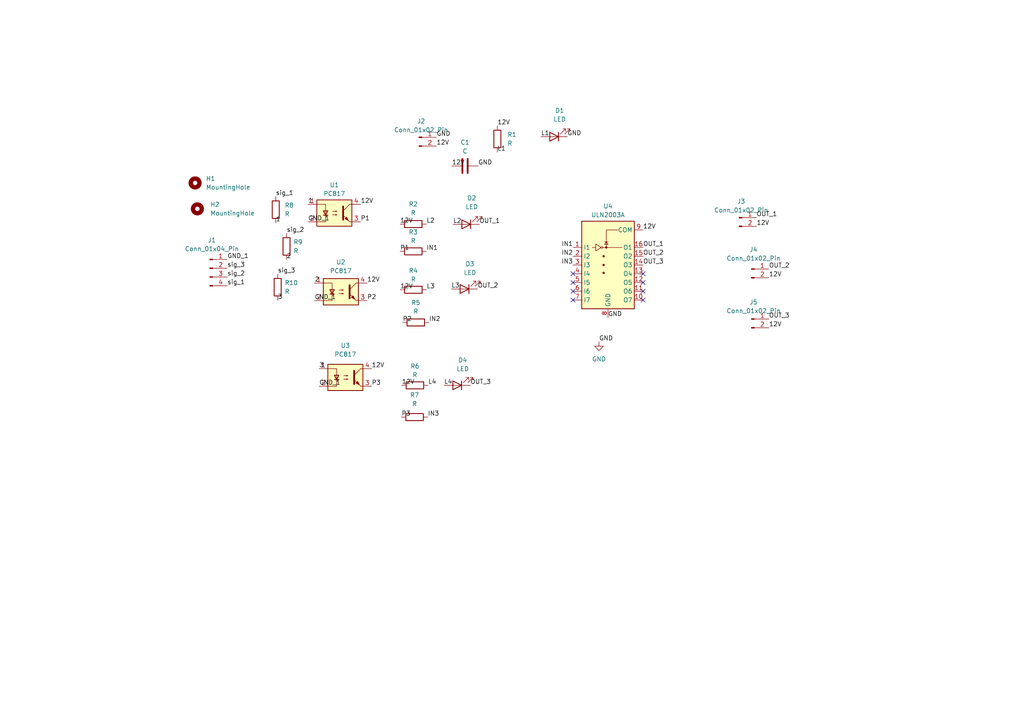
<source format=kicad_sch>
(kicad_sch (version 20230121) (generator eeschema)
  (paper "A4")
  (lib_symbols
    (symbol "Connector:Conn_01x02_Pin" (pin_names (offset 1.016) hide)
      (property "Reference" "J" (at 0 2.54 0))
      (property "Value" "Conn_01x02_Pin" (at 0 -5.08 0))
      (symbol "Conn_01x02_Pin_1_1"
        (polyline (pts (xy 1.27 -2.54) (xy 0.8636 -2.54)) (stroke (width 0.1524)))
        (polyline (pts (xy 1.27 0) (xy 0.8636 0)) (stroke (width 0.1524)))
        (rectangle (start 0.8636 -2.413) (end 0 -2.667) (stroke (width 0.1524)) (fill (type outline)))
        (rectangle (start 0.8636 0.127) (end 0 -0.127) (stroke (width 0.1524)) (fill (type outline)))
        (pin passive line (at 5.08 0 180) (length 3.81) (name "Pin_1") (number "1"))
        (pin passive line (at 5.08 -2.54 180) (length 3.81) (name "Pin_2") (number "2"))
      )
    )
    (symbol "Connector:Conn_01x04_Pin" (pin_names (offset 1.016) hide)
      (property "Reference" "J" (at 0 5.08 0))
      (property "Value" "Conn_01x04_Pin" (at 0 -7.62 0))
      (symbol "Conn_01x04_Pin_1_1"
        (polyline (pts (xy 1.27 -5.08) (xy 0.8636 -5.08)) (stroke (width 0.1524)))
        (polyline (pts (xy 1.27 -2.54) (xy 0.8636 -2.54)) (stroke (width 0.1524)))
        (polyline (pts (xy 1.27 0) (xy 0.8636 0)) (stroke (width 0.1524)))
        (polyline (pts (xy 1.27 2.54) (xy 0.8636 2.54)) (stroke (width 0.1524)))
        (rectangle (start 0.8636 -4.953) (end 0 -5.207) (stroke (width 0.1524)) (fill (type outline)))
        (rectangle (start 0.8636 -2.413) (end 0 -2.667) (stroke (width 0.1524)) (fill (type outline)))
        (rectangle (start 0.8636 0.127) (end 0 -0.127) (stroke (width 0.1524)) (fill (type outline)))
        (rectangle (start 0.8636 2.667) (end 0 2.413) (stroke (width 0.1524)) (fill (type outline)))
        (pin passive line (at 5.08 2.54 180) (length 3.81) (name "Pin_1") (number "1"))
        (pin passive line (at 5.08 0 180) (length 3.81) (name "Pin_2") (number "2"))
        (pin passive line (at 5.08 -2.54 180) (length 3.81) (name "Pin_3") (number "3"))
        (pin passive line (at 5.08 -5.08 180) (length 3.81) (name "Pin_4") (number "4"))
      )
    )
    (symbol "Device:C" (pin_numbers hide) (pin_names (offset 0.254))
      (property "Reference" "C" (at 0.635 2.54 0))
      (property "Value" "C" (at 0.635 -2.54 0))
      (symbol "C_0_1"
        (polyline (pts (xy -2.032 -0.762) (xy 2.032 -0.762)) (stroke (width 0.508)))
        (polyline (pts (xy -2.032 0.762) (xy 2.032 0.762)) (stroke (width 0.508)))
      )
      (symbol "C_1_1"
        (pin passive line (at 0 3.81 270) (length 2.794) (name "~") (number "1"))
        (pin passive line (at 0 -3.81 90) (length 2.794) (name "~") (number "2"))
      )
    )
    (symbol "Device:LED" (pin_numbers hide) (pin_names (offset 1.016) hide)
      (property "Reference" "D" (at 0 2.54 0))
      (property "Value" "LED" (at 0 -2.54 0))
      (symbol "LED_0_1"
        (polyline (pts (xy -1.27 -1.27) (xy -1.27 1.27)) (stroke (width 0.254)))
        (polyline (pts (xy -1.27 0) (xy 1.27 0)))
        (polyline (pts (xy 1.27 -1.27) (xy 1.27 1.27) (xy -1.27 0) (xy 1.27 -1.27)) (stroke (width 0.254)))
        (polyline (pts (xy -3.048 -0.762) (xy -4.572 -2.286) (xy -3.81 -2.286) (xy -4.572 -2.286) (xy -4.572 -1.524)))
        (polyline (pts (xy -1.778 -0.762) (xy -3.302 -2.286) (xy -2.54 -2.286) (xy -3.302 -2.286) (xy -3.302 -1.524)))
      )
      (symbol "LED_1_1"
        (pin passive line (at -3.81 0 0) (length 2.54) (name "K") (number "1"))
        (pin passive line (at 3.81 0 180) (length 2.54) (name "A") (number "2"))
      )
    )
    (symbol "Device:R" (pin_numbers hide) (pin_names (offset 0))
      (property "Reference" "R" (at 2.032 0 90))
      (property "Value" "R" (at 0 0 90))
      (symbol "R_0_1"
        (rectangle (start -1.016 -2.54) (end 1.016 2.54) (stroke (width 0.254)))
      )
      (symbol "R_1_1"
        (pin passive line (at 0 3.81 270) (length 1.27) (name "~") (number "1"))
        (pin passive line (at 0 -3.81 90) (length 1.27) (name "~") (number "2"))
      )
    )
    (symbol "Isolator:PC817" (pin_names (offset 1.016))
      (property "Reference" "U" (at -5.08 5.08 0))
      (property "Value" "PC817" (at 0 5.08 0))
      (symbol "PC817_0_1"
        (rectangle (start -5.08 3.81) (end 5.08 -3.81) (stroke (width 0.254)) (fill (type background)))
        (polyline (pts (xy -3.175 -0.635) (xy -1.905 -0.635)) (stroke (width 0.254)))
        (polyline (pts (xy 2.54 0.635) (xy 4.445 2.54)))
        (polyline (pts (xy 4.445 -2.54) (xy 2.54 -0.635)) (fill (type outline)))
        (polyline (pts (xy 4.445 -2.54) (xy 5.08 -2.54)))
        (polyline (pts (xy 4.445 2.54) (xy 5.08 2.54)))
        (polyline (pts (xy -5.08 2.54) (xy -2.54 2.54) (xy -2.54 -0.635)))
        (polyline (pts (xy -2.54 -0.635) (xy -2.54 -2.54) (xy -5.08 -2.54)))
        (polyline (pts (xy 2.54 1.905) (xy 2.54 -1.905) (xy 2.54 -1.905)) (stroke (width 0.508)))
        (polyline (pts (xy -2.54 -0.635) (xy -3.175 0.635) (xy -1.905 0.635) (xy -2.54 -0.635)) (stroke (width 0.254)))
        (polyline (pts (xy -0.508 -0.508) (xy 0.762 -0.508) (xy 0.381 -0.635) (xy 0.381 -0.381) (xy 0.762 -0.508)))
        (polyline (pts (xy -0.508 0.508) (xy 0.762 0.508) (xy 0.381 0.381) (xy 0.381 0.635) (xy 0.762 0.508)))
        (polyline (pts (xy 3.048 -1.651) (xy 3.556 -1.143) (xy 4.064 -2.159) (xy 3.048 -1.651) (xy 3.048 -1.651)) (fill (type outline)))
      )
      (symbol "PC817_1_1"
        (pin passive line (at -7.62 2.54 0) (length 2.54) (name "~") (number "1"))
        (pin passive line (at -7.62 -2.54 0) (length 2.54) (name "~") (number "2"))
        (pin passive line (at 7.62 -2.54 180) (length 2.54) (name "~") (number "3"))
        (pin passive line (at 7.62 2.54 180) (length 2.54) (name "~") (number "4"))
      )
    )
    (symbol "Mechanical:MountingHole" (pin_names (offset 1.016))
      (property "Reference" "H" (at 0 5.08 0))
      (property "Value" "MountingHole" (at 0 3.175 0))
      (symbol "MountingHole_0_1"
        (circle (center 0 0) (radius 1.27) (stroke (width 1.27)))
      )
    )
    (symbol "Transistor_Array:ULN2003A"
      (property "Reference" "U" (at 0 15.875 0))
      (property "Value" "ULN2003A" (at 0 13.97 0))
      (symbol "ULN2003A_0_1"
        (rectangle (start -7.62 -12.7) (end 7.62 12.7) (stroke (width 0.254)) (fill (type background)))
        (circle (center -1.778 5.08) (radius 0.254))
        (circle (center -1.27 -2.286) (radius 0.254) (fill (type outline)))
        (circle (center -1.27 0) (radius 0.254) (fill (type outline)))
        (circle (center -1.27 2.54) (radius 0.254) (fill (type outline)))
        (circle (center -0.508 5.08) (radius 0.254) (fill (type outline)))
        (polyline (pts (xy -4.572 5.08) (xy -3.556 5.08)))
        (polyline (pts (xy -1.524 5.08) (xy 4.064 5.08)))
        (polyline (pts (xy 0 6.731) (xy -1.016 6.731)))
        (polyline (pts (xy -0.508 5.08) (xy -0.508 10.16) (xy 2.921 10.16)))
        (polyline (pts (xy -3.556 6.096) (xy -3.556 4.064) (xy -2.032 5.08) (xy -3.556 6.096)))
        (polyline (pts (xy 0 5.969) (xy -1.016 5.969) (xy -0.508 6.731) (xy 0 5.969)))
      )
      (symbol "ULN2003A_1_1"
        (pin input line (at -10.16 5.08 0) (length 2.54) (name "I1") (number "1"))
        (pin open_collector line (at 10.16 -10.16 180) (length 2.54) (name "O7") (number "10"))
        (pin open_collector line (at 10.16 -7.62 180) (length 2.54) (name "O6") (number "11"))
        (pin open_collector line (at 10.16 -5.08 180) (length 2.54) (name "O5") (number "12"))
        (pin open_collector line (at 10.16 -2.54 180) (length 2.54) (name "O4") (number "13"))
        (pin open_collector line (at 10.16 0 180) (length 2.54) (name "O3") (number "14"))
        (pin open_collector line (at 10.16 2.54 180) (length 2.54) (name "O2") (number "15"))
        (pin open_collector line (at 10.16 5.08 180) (length 2.54) (name "O1") (number "16"))
        (pin input line (at -10.16 2.54 0) (length 2.54) (name "I2") (number "2"))
        (pin input line (at -10.16 0 0) (length 2.54) (name "I3") (number "3"))
        (pin input line (at -10.16 -2.54 0) (length 2.54) (name "I4") (number "4"))
        (pin input line (at -10.16 -5.08 0) (length 2.54) (name "I5") (number "5"))
        (pin input line (at -10.16 -7.62 0) (length 2.54) (name "I6") (number "6"))
        (pin input line (at -10.16 -10.16 0) (length 2.54) (name "I7") (number "7"))
        (pin power_in line (at 0 -15.24 90) (length 2.54) (name "GND") (number "8"))
        (pin passive line (at 10.16 10.16 180) (length 2.54) (name "COM") (number "9"))
      )
    )
    (symbol "power:GND" (power) (pin_names (offset 0))
      (property "Value" "GND" (at 0 -3.81 0))
      (symbol "GND_0_1"
        (polyline (pts (xy 0 0) (xy 0 -1.27) (xy 1.27 -1.27) (xy 0 -2.54) (xy -1.27 -1.27) (xy 0 -1.27)))
      )
      (symbol "GND_1_1"
        (pin power_in line (at 0 0 270) (length 0) hide (name "GND") (number "1"))
      )
    )
  )
  (no_connect (at 186.5122 79.4004))
  (no_connect (at 166.1922 87.0204))
  (no_connect (at 166.1922 81.9404))
  (no_connect (at 166.1922 79.4004))
  (no_connect (at 186.5122 87.0204))
  (no_connect (at 186.5122 84.4804))
  (no_connect (at 166.1922 84.4804))
  (no_connect (at 186.5122 81.9404))
  (label "12V" (at 131.064 48.133 0))
  (label "GND_1" (at 89.3572 64.3382 0))
  (label "GND" (at 176.3522 92.1004 0))
  (label "OUT_2" (at 186.5122 74.3204 0))
  (label "sig_2" (at 83.1088 67.6656 0))
  (label "L1" (at 144.2466 44.1198 0))
  (label "sig_2" (at 65.913 80.3402 0))
  (label "GND" (at 126.5936 39.8272 0))
  (label "L3" (at 130.9116 83.82 0))
  (label "GND" (at 173.736 99.1362 0))
  (label "1" (at 89.3572 59.2582 0))
  (label "12V" (at 144.2466 36.4998 0))
  (label "P2" (at 106.4768 87.1728 0))
  (label "L3" (at 123.698 84.0486 0))
  (label "12V" (at 219.4306 65.659 0))
  (label "P1" (at 116.0526 72.898 0))
  (label "OUT_3" (at 136.4234 111.76 0))
  (label "12V" (at 223.012 95.0722 0))
  (label "sig_1" (at 79.9846 56.9976 0))
  (label "OUT_1" (at 139.0396 65.0748 0))
  (label "IN3" (at 124.0536 120.9802 0))
  (label "GND_1" (at 92.5576 112.014 0))
  (label "12V" (at 116.078 84.0486 0))
  (label "3" (at 80.5434 87.0966 0))
  (label "IN1" (at 166.1922 71.7804 180))
  (label "P3" (at 116.4336 120.9802 0))
  (label "GND" (at 138.684 48.133 0))
  (label "IN1" (at 123.6726 72.898 0))
  (label "IN2" (at 124.4092 93.5228 0))
  (label "12V" (at 107.7976 106.934 0))
  (label "12V" (at 104.5972 59.2582 0))
  (label "OUT_1" (at 219.4306 63.119 0))
  (label "OUT_3" (at 186.5122 76.8604 0))
  (label "OUT_2" (at 138.5316 83.82 0))
  (label "IN2" (at 166.1922 74.3204 180))
  (label "IN3" (at 166.1922 76.8604 180))
  (label "P2" (at 116.7892 93.5228 0))
  (label "sig_3" (at 65.913 77.8002 0))
  (label "2" (at 91.2368 82.0928 0))
  (label "2" (at 83.1088 75.2856 0))
  (label "L2" (at 123.6726 64.9986 0))
  (label "OUT_1" (at 186.5122 71.7804 0))
  (label "12V" (at 186.5122 66.7004 0))
  (label "L1" (at 156.9212 39.6494 0))
  (label "GND_1" (at 91.2368 87.1728 0))
  (label "12V" (at 116.5352 111.76 0))
  (label "12V" (at 116.0526 64.9986 0))
  (label "12V" (at 106.4768 82.0928 0))
  (label "1" (at 79.9846 64.6176 0))
  (label "OUT_3" (at 223.012 92.5322 0))
  (label "L4" (at 124.1552 111.76 0))
  (label "P1" (at 104.5972 64.3382 0))
  (label "12V" (at 126.5936 42.3672 0))
  (label "P3" (at 107.7976 112.014 0))
  (label "12V" (at 223.012 80.5688 0))
  (label "GND_1" (at 65.913 75.2602 0))
  (label "sig_1" (at 65.913 82.8802 0))
  (label "OUT_2" (at 223.012 78.0288 0))
  (label "L2" (at 131.4196 65.0748 0))
  (label "sig_3" (at 80.5434 79.4766 0))
  (label "3" (at 92.5576 106.934 0))
  (label "L4" (at 128.8034 111.76 0))
  (label "GND" (at 164.5412 39.6494 0))
  (symbol (lib_id "Device:R") (at 79.9846 60.8076 0) (unit 1)
    (property "Reference" "R8" (at 82.55 59.5376 0) (effects (justify left)))
    (property "Value" "R" (at 82.55 62.0776 0) (effects (justify left)))
    (property "Footprint" "MY_LIB:Resistor_small" (effects hide))
  )
  (symbol (lib_id "Device:C") (at 134.874 48.133 270) (unit 1)
    (property "Reference" "C1" (at 134.874 41.3004 90))
    (property "Value" "C" (at 134.874 43.8404 90))
    (property "Footprint" "MY_LIB:Capacitor_100uF" (effects hide))
  )
  (symbol (lib_id "Connector:Conn_01x04_Pin") (at 60.833 77.8002 0) (unit 1)
    (property "Reference" "J1" (at 61.468 69.6468 0))
    (property "Value" "Conn_01x04_Pin" (at 61.468 72.1868 0))
    (property "Footprint" "MY_LIB:jst_4" (effects hide))
  )
  (symbol (lib_id "Transistor_Array:ULN2003A") (at 176.3522 76.8604 0) (unit 1)
    (property "Reference" "U4" (at 176.3522 59.7916 0))
    (property "Value" "ULN2003A" (at 176.3522 62.3316 0))
    (property "Footprint" "Package_DIP:DIP-16_W7.62mm_LongPads" (effects hide))
    (property "Datasheet" "http://www.ti.com/lit/ds/symlink/uln2003a.pdf" (effects hide))
  )
  (symbol (lib_id "Device:R") (at 80.5434 83.2866 0) (unit 1)
    (property "Reference" "R10" (at 82.55 82.0166 0) (effects (justify left)))
    (property "Value" "R" (at 82.55 84.5566 0) (effects (justify left)))
    (property "Footprint" "MY_LIB:Resistor_small" (effects hide))
  )
  (symbol (lib_id "Connector:Conn_01x02_Pin") (at 217.932 92.5322 0) (unit 1)
    (property "Reference" "J5" (at 218.567 87.63 0))
    (property "Value" "Conn_01x02_Pin" (at 218.567 90.17 0))
    (property "Footprint" "MY_LIB:bornier2" (effects hide))
  )
  (symbol (lib_id "Connector:Conn_01x02_Pin") (at 121.5136 39.8272 0) (unit 1)
    (property "Reference" "J2" (at 122.1486 35.1536 0))
    (property "Value" "Conn_01x02_Pin" (at 122.1486 37.6936 0))
    (property "Footprint" "MY_LIB:bornier2" (effects hide))
  )
  (symbol (lib_id "Connector:Conn_01x02_Pin") (at 217.932 78.0288 0) (unit 1)
    (property "Reference" "J4" (at 218.567 72.39 0))
    (property "Value" "Conn_01x02_Pin" (at 218.567 74.93 0))
    (property "Footprint" "MY_LIB:bornier2" (effects hide))
  )
  (symbol (lib_id "Device:R") (at 120.2436 120.9802 90) (unit 1)
    (property "Reference" "R7" (at 120.2436 114.5794 90))
    (property "Value" "R" (at 120.2436 117.1194 90))
    (property "Footprint" "MY_LIB:Resistor_small" (effects hide))
  )
  (symbol (lib_id "Connector:Conn_01x02_Pin") (at 214.3506 63.119 0) (unit 1)
    (property "Reference" "J3" (at 214.9856 58.42 0))
    (property "Value" "Conn_01x02_Pin" (at 214.9856 60.96 0))
    (property "Footprint" "MY_LIB:bornier2" (effects hide))
  )
  (symbol (lib_id "Isolator:PC817") (at 98.8568 84.6328 0) (unit 1)
    (property "Reference" "U2" (at 98.8568 76.0222 0))
    (property "Value" "PC817" (at 98.8568 78.5622 0))
    (property "Footprint" "Package_DIP:DIP-4_W7.62mm" (effects hide))
    (property "Datasheet" "http://www.soselectronic.cz/a_info/resource/d/pc817.pdf" (effects hide))
  )
  (symbol (lib_id "Device:R") (at 120.5992 93.5228 90) (unit 1)
    (property "Reference" "R5" (at 120.5992 87.7824 90))
    (property "Value" "R" (at 120.5992 90.3224 90))
    (property "Footprint" "MY_LIB:Resistor_small" (effects hide))
  )
  (symbol (lib_id "Device:LED") (at 160.7312 39.6494 180) (unit 1)
    (property "Reference" "D1" (at 162.3187 32.0548 0))
    (property "Value" "LED" (at 162.3187 34.5948 0))
    (property "Footprint" "MY_LIB:LED_D3.0mm" (effects hide))
  )
  (symbol (lib_id "Device:R") (at 119.888 84.0486 90) (unit 1)
    (property "Reference" "R4" (at 119.888 78.486 90))
    (property "Value" "R" (at 119.888 81.026 90))
    (property "Footprint" "MY_LIB:Resistor_small" (effects hide))
  )
  (symbol (lib_id "Device:R") (at 144.2466 40.3098 0) (unit 1)
    (property "Reference" "R1" (at 147.1422 39.0398 0) (effects (justify left)))
    (property "Value" "R" (at 147.1422 41.5798 0) (effects (justify left)))
    (property "Footprint" "MY_LIB:Resistor_small" (effects hide))
  )
  (symbol (lib_id "Isolator:PC817") (at 100.1776 109.474 0) (unit 1)
    (property "Reference" "U3" (at 100.1776 100.2284 0))
    (property "Value" "PC817" (at 100.1776 102.7684 0))
    (property "Footprint" "Package_DIP:DIP-4_W7.62mm" (effects hide))
    (property "Datasheet" "http://www.soselectronic.cz/a_info/resource/d/pc817.pdf" (effects hide))
  )
  (symbol (lib_id "Device:R") (at 120.3452 111.76 90) (unit 1)
    (property "Reference" "R6" (at 120.3452 106.2228 90))
    (property "Value" "R" (at 120.3452 108.7628 90))
    (property "Footprint" "MY_LIB:Resistor_small" (effects hide))
  )
  (symbol (lib_id "Device:LED") (at 132.6134 111.76 180) (unit 1)
    (property "Reference" "D4" (at 134.2009 104.4448 0))
    (property "Value" "LED" (at 134.2009 106.9848 0))
    (property "Footprint" "MY_LIB:LED_D3.0mm" (effects hide))
  )
  (symbol (lib_id "Isolator:PC817") (at 96.9772 61.7982 0) (unit 1)
    (property "Reference" "U1" (at 96.9772 53.6448 0))
    (property "Value" "PC817" (at 96.9772 56.1848 0))
    (property "Footprint" "Package_DIP:DIP-4_W7.62mm" (effects hide))
    (property "Datasheet" "http://www.soselectronic.cz/a_info/resource/d/pc817.pdf" (effects hide))
  )
  (symbol (lib_id "Device:R") (at 119.8626 64.9986 90) (unit 1)
    (property "Reference" "R2" (at 119.8626 59.2074 90))
    (property "Value" "R" (at 119.8626 61.7474 90))
    (property "Footprint" "MY_LIB:Resistor_small" (effects hide))
  )
  (symbol (lib_id "Device:LED") (at 134.7216 83.82 180) (unit 1)
    (property "Reference" "D3" (at 136.3091 76.5556 0))
    (property "Value" "LED" (at 136.3091 79.0956 0))
    (property "Footprint" "MY_LIB:LED_D3.0mm" (effects hide))
  )
  (symbol (lib_id "Mechanical:MountingHole") (at 56.5912 53.0606 0) (unit 1)
    (property "Reference" "H1" (at 59.69 51.7906 0) (effects (justify left)))
    (property "Value" "MountingHole" (at 59.69 54.3306 0) (effects (justify left)))
    (property "Footprint" "MountingHole:MountingHole_3mm" (effects hide))
  )
  (symbol (lib_id "power:GND") (at 173.736 99.1362 0) (unit 1)
    (property "Reference" "#PWR01" (effects hide))
    (property "Value" "GND" (at 173.736 104.14 0))
  )
  (symbol (lib_id "Device:LED") (at 135.2296 65.0748 180) (unit 1)
    (property "Reference" "D2" (at 136.8171 57.4548 0))
    (property "Value" "LED" (at 136.8171 59.9948 0))
    (property "Footprint" "MY_LIB:LED_D3.0mm" (effects hide))
  )
  (symbol (lib_id "Device:R") (at 83.1088 71.4756 0) (unit 1)
    (property "Reference" "R9" (at 85.09 70.2056 0) (effects (justify left)))
    (property "Value" "R" (at 85.09 72.7456 0) (effects (justify left)))
    (property "Footprint" "MY_LIB:Resistor_small" (effects hide))
  )
  (symbol (lib_id "Device:R") (at 119.8626 72.898 90) (unit 1)
    (property "Reference" "R3" (at 119.8626 67.31 90))
    (property "Value" "R" (at 119.8626 69.85 90))
    (property "Footprint" "MY_LIB:Resistor_small" (effects hide))
  )
  (symbol (lib_id "Mechanical:MountingHole") (at 57.2516 60.579 0) (unit 1)
    (property "Reference" "H2" (at 60.96 59.309 0) (effects (justify left)))
    (property "Value" "MountingHole" (at 60.96 61.849 0) (effects (justify left)))
    (property "Footprint" "MountingHole:MountingHole_3mm" (effects hide))
  )
)
</source>
